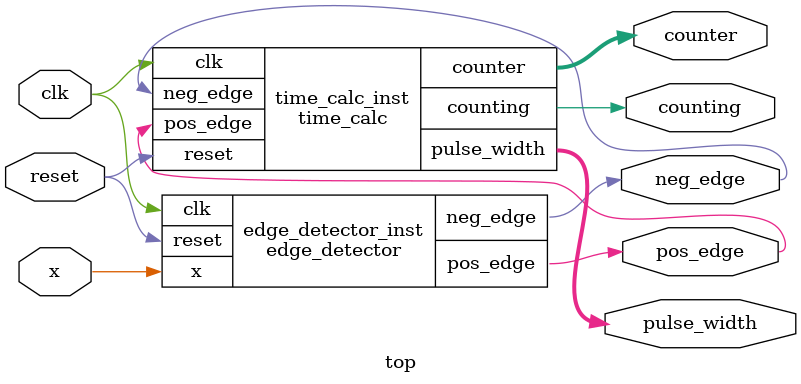
<source format=v>
`timescale 1ns / 1ps
module edge_detector(input x, input clk, input reset, output reg pos_edge, output reg neg_edge);
    reg x_prev;
    always @(posedge clk) begin
        if (reset) begin
            x_prev<=0;
            pos_edge<=0;
            neg_edge<=0;
        end else begin
            x_prev<=x;
            pos_edge <= (~x_prev) & x;
            neg_edge <= x_prev & (~x);
        end
    end
endmodule

module time_calc(input pos_edge, input neg_edge, input clk, input reset, output reg [15:0] counter, output reg [15:0] pulse_width, output reg counting); //considering max freq of 50MHz, and 65535 clock cycles
    // reg counting;
    always @(posedge clk) begin
        if (reset) begin
            counter <= 0;
            counting <= 0;
            pulse_width <= 0;
        end else begin
            if (pos_edge) begin
                counting <= 1;
                counter <= 1;
            end
            else if (neg_edge) begin
                counting <= 0;
                pulse_width <= counter;
            end
            
            if (counting) begin
                counter <= counter + 1;
            end
        end
    end
endmodule

module top(input x, input clk, input reset, output wire [15:0] pulse_width, output wire [15:0] counter, output pos_edge, output neg_edge, output counting);
    // wire pos_edge, neg_edge;
    // wire [15:0] counter;
    edge_detector edge_detector_inst(
        .x(x),
        .clk(clk),
        .reset(reset),
        .pos_edge(pos_edge),
        .neg_edge(neg_edge)
    );

    time_calc time_calc_inst(
        .clk(clk),
        .reset(reset),
        .pos_edge(pos_edge),
        .neg_edge(neg_edge),
        .counter(counter),
        .pulse_width(pulse_width),
        .counting(counting)
    );
    
endmodule
</source>
